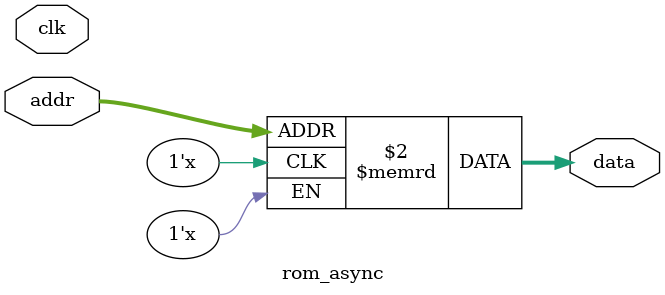
<source format=sv>
`default_nettype none

module rom_async #(
    parameter WIDTH = 8,
    parameter DEPTH = 256,
    parameter INIT_F="",
    localparam ADDRW =$clog2(DEPTH)
) (
    input wire logic clk,
    input wire logic [ADDRW-1:0]addr,
    output logic [WIDTH-1:0]data
);

logic [WIDTH - 1:0] memory [DEPTH];

initial begin
    if(INIT_F != 0) begin
        $display("creating rom_sync form init file '%s'.",INIT_F);
        $readmemh(INIT_F,memory);
    end
end

always_comb data = memory[addr];

endmodule
</source>
